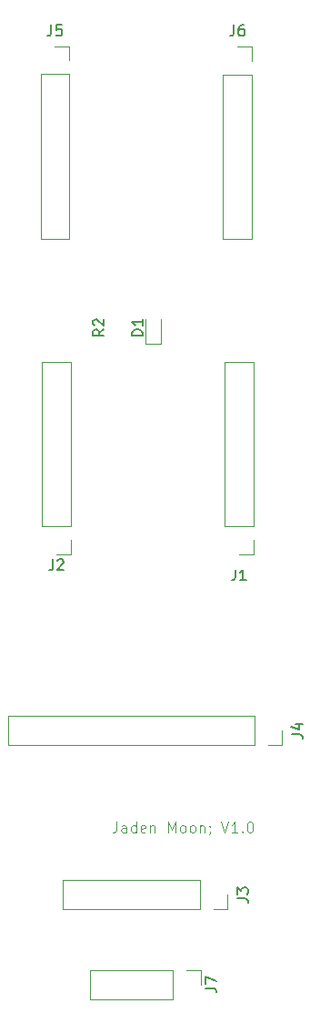
<source format=gbr>
%TF.GenerationSoftware,KiCad,Pcbnew,8.0.8*%
%TF.CreationDate,2025-02-10T09:30:08-08:00*%
%TF.ProjectId,pLUFsPCB,704c5546-7350-4434-922e-6b696361645f,1*%
%TF.SameCoordinates,Original*%
%TF.FileFunction,Legend,Top*%
%TF.FilePolarity,Positive*%
%FSLAX46Y46*%
G04 Gerber Fmt 4.6, Leading zero omitted, Abs format (unit mm)*
G04 Created by KiCad (PCBNEW 8.0.8) date 2025-02-10 09:30:08*
%MOMM*%
%LPD*%
G01*
G04 APERTURE LIST*
%ADD10C,0.100000*%
%ADD11C,0.150000*%
%ADD12C,0.120000*%
G04 APERTURE END LIST*
D10*
X160589598Y-108872419D02*
X160589598Y-109586704D01*
X160589598Y-109586704D02*
X160541979Y-109729561D01*
X160541979Y-109729561D02*
X160446741Y-109824800D01*
X160446741Y-109824800D02*
X160303884Y-109872419D01*
X160303884Y-109872419D02*
X160208646Y-109872419D01*
X161494360Y-109872419D02*
X161494360Y-109348609D01*
X161494360Y-109348609D02*
X161446741Y-109253371D01*
X161446741Y-109253371D02*
X161351503Y-109205752D01*
X161351503Y-109205752D02*
X161161027Y-109205752D01*
X161161027Y-109205752D02*
X161065789Y-109253371D01*
X161494360Y-109824800D02*
X161399122Y-109872419D01*
X161399122Y-109872419D02*
X161161027Y-109872419D01*
X161161027Y-109872419D02*
X161065789Y-109824800D01*
X161065789Y-109824800D02*
X161018170Y-109729561D01*
X161018170Y-109729561D02*
X161018170Y-109634323D01*
X161018170Y-109634323D02*
X161065789Y-109539085D01*
X161065789Y-109539085D02*
X161161027Y-109491466D01*
X161161027Y-109491466D02*
X161399122Y-109491466D01*
X161399122Y-109491466D02*
X161494360Y-109443847D01*
X162399122Y-109872419D02*
X162399122Y-108872419D01*
X162399122Y-109824800D02*
X162303884Y-109872419D01*
X162303884Y-109872419D02*
X162113408Y-109872419D01*
X162113408Y-109872419D02*
X162018170Y-109824800D01*
X162018170Y-109824800D02*
X161970551Y-109777180D01*
X161970551Y-109777180D02*
X161922932Y-109681942D01*
X161922932Y-109681942D02*
X161922932Y-109396228D01*
X161922932Y-109396228D02*
X161970551Y-109300990D01*
X161970551Y-109300990D02*
X162018170Y-109253371D01*
X162018170Y-109253371D02*
X162113408Y-109205752D01*
X162113408Y-109205752D02*
X162303884Y-109205752D01*
X162303884Y-109205752D02*
X162399122Y-109253371D01*
X163256265Y-109824800D02*
X163161027Y-109872419D01*
X163161027Y-109872419D02*
X162970551Y-109872419D01*
X162970551Y-109872419D02*
X162875313Y-109824800D01*
X162875313Y-109824800D02*
X162827694Y-109729561D01*
X162827694Y-109729561D02*
X162827694Y-109348609D01*
X162827694Y-109348609D02*
X162875313Y-109253371D01*
X162875313Y-109253371D02*
X162970551Y-109205752D01*
X162970551Y-109205752D02*
X163161027Y-109205752D01*
X163161027Y-109205752D02*
X163256265Y-109253371D01*
X163256265Y-109253371D02*
X163303884Y-109348609D01*
X163303884Y-109348609D02*
X163303884Y-109443847D01*
X163303884Y-109443847D02*
X162827694Y-109539085D01*
X163732456Y-109205752D02*
X163732456Y-109872419D01*
X163732456Y-109300990D02*
X163780075Y-109253371D01*
X163780075Y-109253371D02*
X163875313Y-109205752D01*
X163875313Y-109205752D02*
X164018170Y-109205752D01*
X164018170Y-109205752D02*
X164113408Y-109253371D01*
X164113408Y-109253371D02*
X164161027Y-109348609D01*
X164161027Y-109348609D02*
X164161027Y-109872419D01*
X165399123Y-109872419D02*
X165399123Y-108872419D01*
X165399123Y-108872419D02*
X165732456Y-109586704D01*
X165732456Y-109586704D02*
X166065789Y-108872419D01*
X166065789Y-108872419D02*
X166065789Y-109872419D01*
X166684837Y-109872419D02*
X166589599Y-109824800D01*
X166589599Y-109824800D02*
X166541980Y-109777180D01*
X166541980Y-109777180D02*
X166494361Y-109681942D01*
X166494361Y-109681942D02*
X166494361Y-109396228D01*
X166494361Y-109396228D02*
X166541980Y-109300990D01*
X166541980Y-109300990D02*
X166589599Y-109253371D01*
X166589599Y-109253371D02*
X166684837Y-109205752D01*
X166684837Y-109205752D02*
X166827694Y-109205752D01*
X166827694Y-109205752D02*
X166922932Y-109253371D01*
X166922932Y-109253371D02*
X166970551Y-109300990D01*
X166970551Y-109300990D02*
X167018170Y-109396228D01*
X167018170Y-109396228D02*
X167018170Y-109681942D01*
X167018170Y-109681942D02*
X166970551Y-109777180D01*
X166970551Y-109777180D02*
X166922932Y-109824800D01*
X166922932Y-109824800D02*
X166827694Y-109872419D01*
X166827694Y-109872419D02*
X166684837Y-109872419D01*
X167589599Y-109872419D02*
X167494361Y-109824800D01*
X167494361Y-109824800D02*
X167446742Y-109777180D01*
X167446742Y-109777180D02*
X167399123Y-109681942D01*
X167399123Y-109681942D02*
X167399123Y-109396228D01*
X167399123Y-109396228D02*
X167446742Y-109300990D01*
X167446742Y-109300990D02*
X167494361Y-109253371D01*
X167494361Y-109253371D02*
X167589599Y-109205752D01*
X167589599Y-109205752D02*
X167732456Y-109205752D01*
X167732456Y-109205752D02*
X167827694Y-109253371D01*
X167827694Y-109253371D02*
X167875313Y-109300990D01*
X167875313Y-109300990D02*
X167922932Y-109396228D01*
X167922932Y-109396228D02*
X167922932Y-109681942D01*
X167922932Y-109681942D02*
X167875313Y-109777180D01*
X167875313Y-109777180D02*
X167827694Y-109824800D01*
X167827694Y-109824800D02*
X167732456Y-109872419D01*
X167732456Y-109872419D02*
X167589599Y-109872419D01*
X168351504Y-109205752D02*
X168351504Y-109872419D01*
X168351504Y-109300990D02*
X168399123Y-109253371D01*
X168399123Y-109253371D02*
X168494361Y-109205752D01*
X168494361Y-109205752D02*
X168637218Y-109205752D01*
X168637218Y-109205752D02*
X168732456Y-109253371D01*
X168732456Y-109253371D02*
X168780075Y-109348609D01*
X168780075Y-109348609D02*
X168780075Y-109872419D01*
X169303885Y-109824800D02*
X169303885Y-109872419D01*
X169303885Y-109872419D02*
X169256266Y-109967657D01*
X169256266Y-109967657D02*
X169208647Y-110015276D01*
X169256266Y-109253371D02*
X169303885Y-109300990D01*
X169303885Y-109300990D02*
X169256266Y-109348609D01*
X169256266Y-109348609D02*
X169208647Y-109300990D01*
X169208647Y-109300990D02*
X169256266Y-109253371D01*
X169256266Y-109253371D02*
X169256266Y-109348609D01*
X170351504Y-108872419D02*
X170684837Y-109872419D01*
X170684837Y-109872419D02*
X171018170Y-108872419D01*
X171875313Y-109872419D02*
X171303885Y-109872419D01*
X171589599Y-109872419D02*
X171589599Y-108872419D01*
X171589599Y-108872419D02*
X171494361Y-109015276D01*
X171494361Y-109015276D02*
X171399123Y-109110514D01*
X171399123Y-109110514D02*
X171303885Y-109158133D01*
X172303885Y-109777180D02*
X172351504Y-109824800D01*
X172351504Y-109824800D02*
X172303885Y-109872419D01*
X172303885Y-109872419D02*
X172256266Y-109824800D01*
X172256266Y-109824800D02*
X172303885Y-109777180D01*
X172303885Y-109777180D02*
X172303885Y-109872419D01*
X172970551Y-108872419D02*
X173065789Y-108872419D01*
X173065789Y-108872419D02*
X173161027Y-108920038D01*
X173161027Y-108920038D02*
X173208646Y-108967657D01*
X173208646Y-108967657D02*
X173256265Y-109062895D01*
X173256265Y-109062895D02*
X173303884Y-109253371D01*
X173303884Y-109253371D02*
X173303884Y-109491466D01*
X173303884Y-109491466D02*
X173256265Y-109681942D01*
X173256265Y-109681942D02*
X173208646Y-109777180D01*
X173208646Y-109777180D02*
X173161027Y-109824800D01*
X173161027Y-109824800D02*
X173065789Y-109872419D01*
X173065789Y-109872419D02*
X172970551Y-109872419D01*
X172970551Y-109872419D02*
X172875313Y-109824800D01*
X172875313Y-109824800D02*
X172827694Y-109777180D01*
X172827694Y-109777180D02*
X172780075Y-109681942D01*
X172780075Y-109681942D02*
X172732456Y-109491466D01*
X172732456Y-109491466D02*
X172732456Y-109253371D01*
X172732456Y-109253371D02*
X172780075Y-109062895D01*
X172780075Y-109062895D02*
X172827694Y-108967657D01*
X172827694Y-108967657D02*
X172875313Y-108920038D01*
X172875313Y-108920038D02*
X172970551Y-108872419D01*
D11*
X171666666Y-85454819D02*
X171666666Y-86169104D01*
X171666666Y-86169104D02*
X171619047Y-86311961D01*
X171619047Y-86311961D02*
X171523809Y-86407200D01*
X171523809Y-86407200D02*
X171380952Y-86454819D01*
X171380952Y-86454819D02*
X171285714Y-86454819D01*
X172666666Y-86454819D02*
X172095238Y-86454819D01*
X172380952Y-86454819D02*
X172380952Y-85454819D01*
X172380952Y-85454819D02*
X172285714Y-85597676D01*
X172285714Y-85597676D02*
X172190476Y-85692914D01*
X172190476Y-85692914D02*
X172095238Y-85740533D01*
X171516666Y-34889819D02*
X171516666Y-35604104D01*
X171516666Y-35604104D02*
X171469047Y-35746961D01*
X171469047Y-35746961D02*
X171373809Y-35842200D01*
X171373809Y-35842200D02*
X171230952Y-35889819D01*
X171230952Y-35889819D02*
X171135714Y-35889819D01*
X172421428Y-34889819D02*
X172230952Y-34889819D01*
X172230952Y-34889819D02*
X172135714Y-34937438D01*
X172135714Y-34937438D02*
X172088095Y-34985057D01*
X172088095Y-34985057D02*
X171992857Y-35127914D01*
X171992857Y-35127914D02*
X171945238Y-35318390D01*
X171945238Y-35318390D02*
X171945238Y-35699342D01*
X171945238Y-35699342D02*
X171992857Y-35794580D01*
X171992857Y-35794580D02*
X172040476Y-35842200D01*
X172040476Y-35842200D02*
X172135714Y-35889819D01*
X172135714Y-35889819D02*
X172326190Y-35889819D01*
X172326190Y-35889819D02*
X172421428Y-35842200D01*
X172421428Y-35842200D02*
X172469047Y-35794580D01*
X172469047Y-35794580D02*
X172516666Y-35699342D01*
X172516666Y-35699342D02*
X172516666Y-35461247D01*
X172516666Y-35461247D02*
X172469047Y-35366009D01*
X172469047Y-35366009D02*
X172421428Y-35318390D01*
X172421428Y-35318390D02*
X172326190Y-35270771D01*
X172326190Y-35270771D02*
X172135714Y-35270771D01*
X172135714Y-35270771D02*
X172040476Y-35318390D01*
X172040476Y-35318390D02*
X171992857Y-35366009D01*
X171992857Y-35366009D02*
X171945238Y-35461247D01*
X163024819Y-63738094D02*
X162024819Y-63738094D01*
X162024819Y-63738094D02*
X162024819Y-63499999D01*
X162024819Y-63499999D02*
X162072438Y-63357142D01*
X162072438Y-63357142D02*
X162167676Y-63261904D01*
X162167676Y-63261904D02*
X162262914Y-63214285D01*
X162262914Y-63214285D02*
X162453390Y-63166666D01*
X162453390Y-63166666D02*
X162596247Y-63166666D01*
X162596247Y-63166666D02*
X162786723Y-63214285D01*
X162786723Y-63214285D02*
X162881961Y-63261904D01*
X162881961Y-63261904D02*
X162977200Y-63357142D01*
X162977200Y-63357142D02*
X163024819Y-63499999D01*
X163024819Y-63499999D02*
X163024819Y-63738094D01*
X163024819Y-62214285D02*
X163024819Y-62785713D01*
X163024819Y-62499999D02*
X162024819Y-62499999D01*
X162024819Y-62499999D02*
X162167676Y-62595237D01*
X162167676Y-62595237D02*
X162262914Y-62690475D01*
X162262914Y-62690475D02*
X162310533Y-62785713D01*
X171824819Y-115978333D02*
X172539104Y-115978333D01*
X172539104Y-115978333D02*
X172681961Y-116025952D01*
X172681961Y-116025952D02*
X172777200Y-116121190D01*
X172777200Y-116121190D02*
X172824819Y-116264047D01*
X172824819Y-116264047D02*
X172824819Y-116359285D01*
X171824819Y-115597380D02*
X171824819Y-114978333D01*
X171824819Y-114978333D02*
X172205771Y-115311666D01*
X172205771Y-115311666D02*
X172205771Y-115168809D01*
X172205771Y-115168809D02*
X172253390Y-115073571D01*
X172253390Y-115073571D02*
X172301009Y-115025952D01*
X172301009Y-115025952D02*
X172396247Y-114978333D01*
X172396247Y-114978333D02*
X172634342Y-114978333D01*
X172634342Y-114978333D02*
X172729580Y-115025952D01*
X172729580Y-115025952D02*
X172777200Y-115073571D01*
X172777200Y-115073571D02*
X172824819Y-115168809D01*
X172824819Y-115168809D02*
X172824819Y-115454523D01*
X172824819Y-115454523D02*
X172777200Y-115549761D01*
X172777200Y-115549761D02*
X172729580Y-115597380D01*
X154516666Y-34884819D02*
X154516666Y-35599104D01*
X154516666Y-35599104D02*
X154469047Y-35741961D01*
X154469047Y-35741961D02*
X154373809Y-35837200D01*
X154373809Y-35837200D02*
X154230952Y-35884819D01*
X154230952Y-35884819D02*
X154135714Y-35884819D01*
X155469047Y-34884819D02*
X154992857Y-34884819D01*
X154992857Y-34884819D02*
X154945238Y-35361009D01*
X154945238Y-35361009D02*
X154992857Y-35313390D01*
X154992857Y-35313390D02*
X155088095Y-35265771D01*
X155088095Y-35265771D02*
X155326190Y-35265771D01*
X155326190Y-35265771D02*
X155421428Y-35313390D01*
X155421428Y-35313390D02*
X155469047Y-35361009D01*
X155469047Y-35361009D02*
X155516666Y-35456247D01*
X155516666Y-35456247D02*
X155516666Y-35694342D01*
X155516666Y-35694342D02*
X155469047Y-35789580D01*
X155469047Y-35789580D02*
X155421428Y-35837200D01*
X155421428Y-35837200D02*
X155326190Y-35884819D01*
X155326190Y-35884819D02*
X155088095Y-35884819D01*
X155088095Y-35884819D02*
X154992857Y-35837200D01*
X154992857Y-35837200D02*
X154945238Y-35789580D01*
X168864819Y-124333333D02*
X169579104Y-124333333D01*
X169579104Y-124333333D02*
X169721961Y-124380952D01*
X169721961Y-124380952D02*
X169817200Y-124476190D01*
X169817200Y-124476190D02*
X169864819Y-124619047D01*
X169864819Y-124619047D02*
X169864819Y-124714285D01*
X168864819Y-123952380D02*
X168864819Y-123285714D01*
X168864819Y-123285714D02*
X169864819Y-123714285D01*
X176899819Y-100738333D02*
X177614104Y-100738333D01*
X177614104Y-100738333D02*
X177756961Y-100785952D01*
X177756961Y-100785952D02*
X177852200Y-100881190D01*
X177852200Y-100881190D02*
X177899819Y-101024047D01*
X177899819Y-101024047D02*
X177899819Y-101119285D01*
X177233152Y-99833571D02*
X177899819Y-99833571D01*
X176852200Y-100071666D02*
X177566485Y-100309761D01*
X177566485Y-100309761D02*
X177566485Y-99690714D01*
X154666666Y-84509819D02*
X154666666Y-85224104D01*
X154666666Y-85224104D02*
X154619047Y-85366961D01*
X154619047Y-85366961D02*
X154523809Y-85462200D01*
X154523809Y-85462200D02*
X154380952Y-85509819D01*
X154380952Y-85509819D02*
X154285714Y-85509819D01*
X155095238Y-84605057D02*
X155142857Y-84557438D01*
X155142857Y-84557438D02*
X155238095Y-84509819D01*
X155238095Y-84509819D02*
X155476190Y-84509819D01*
X155476190Y-84509819D02*
X155571428Y-84557438D01*
X155571428Y-84557438D02*
X155619047Y-84605057D01*
X155619047Y-84605057D02*
X155666666Y-84700295D01*
X155666666Y-84700295D02*
X155666666Y-84795533D01*
X155666666Y-84795533D02*
X155619047Y-84938390D01*
X155619047Y-84938390D02*
X155047619Y-85509819D01*
X155047619Y-85509819D02*
X155666666Y-85509819D01*
X159404819Y-63166666D02*
X158928628Y-63499999D01*
X159404819Y-63738094D02*
X158404819Y-63738094D01*
X158404819Y-63738094D02*
X158404819Y-63357142D01*
X158404819Y-63357142D02*
X158452438Y-63261904D01*
X158452438Y-63261904D02*
X158500057Y-63214285D01*
X158500057Y-63214285D02*
X158595295Y-63166666D01*
X158595295Y-63166666D02*
X158738152Y-63166666D01*
X158738152Y-63166666D02*
X158833390Y-63214285D01*
X158833390Y-63214285D02*
X158881009Y-63261904D01*
X158881009Y-63261904D02*
X158928628Y-63357142D01*
X158928628Y-63357142D02*
X158928628Y-63738094D01*
X158500057Y-62785713D02*
X158452438Y-62738094D01*
X158452438Y-62738094D02*
X158404819Y-62642856D01*
X158404819Y-62642856D02*
X158404819Y-62404761D01*
X158404819Y-62404761D02*
X158452438Y-62309523D01*
X158452438Y-62309523D02*
X158500057Y-62261904D01*
X158500057Y-62261904D02*
X158595295Y-62214285D01*
X158595295Y-62214285D02*
X158690533Y-62214285D01*
X158690533Y-62214285D02*
X158833390Y-62261904D01*
X158833390Y-62261904D02*
X159404819Y-62833332D01*
X159404819Y-62833332D02*
X159404819Y-62214285D01*
D12*
%TO.C,J1*%
X170670000Y-81455000D02*
X170670000Y-66155000D01*
X173330000Y-66155000D02*
X170670000Y-66155000D01*
X173330000Y-81455000D02*
X170670000Y-81455000D01*
X173330000Y-81455000D02*
X173330000Y-66155000D01*
X173330000Y-82725000D02*
X173330000Y-84055000D01*
X173330000Y-84055000D02*
X172000000Y-84055000D01*
%TO.C,J6*%
X170520000Y-39475000D02*
X170520000Y-54775000D01*
X170520000Y-39475000D02*
X173180000Y-39475000D01*
X170520000Y-54775000D02*
X173180000Y-54775000D01*
X171850000Y-36875000D02*
X173180000Y-36875000D01*
X173180000Y-36875000D02*
X173180000Y-38205000D01*
X173180000Y-39475000D02*
X173180000Y-54775000D01*
%TO.C,D1*%
X163265000Y-62200000D02*
X163265000Y-64485000D01*
X163265000Y-64485000D02*
X164735000Y-64485000D01*
X164735000Y-64485000D02*
X164735000Y-62200000D01*
%TO.C,J3*%
X155570000Y-114315000D02*
X155570000Y-116975000D01*
X168330000Y-114315000D02*
X155570000Y-114315000D01*
X168330000Y-114315000D02*
X168330000Y-116975000D01*
X168330000Y-116975000D02*
X155570000Y-116975000D01*
X170930000Y-115645000D02*
X170930000Y-116975000D01*
X170930000Y-116975000D02*
X169600000Y-116975000D01*
%TO.C,J5*%
X153520000Y-39470000D02*
X153520000Y-54770000D01*
X153520000Y-39470000D02*
X156180000Y-39470000D01*
X153520000Y-54770000D02*
X156180000Y-54770000D01*
X154850000Y-36870000D02*
X156180000Y-36870000D01*
X156180000Y-36870000D02*
X156180000Y-38200000D01*
X156180000Y-39470000D02*
X156180000Y-54770000D01*
%TO.C,J7*%
X158130000Y-122670000D02*
X158130000Y-125330000D01*
X165810000Y-122670000D02*
X158130000Y-122670000D01*
X165810000Y-122670000D02*
X165810000Y-125330000D01*
X165810000Y-125330000D02*
X158130000Y-125330000D01*
X167080000Y-122670000D02*
X168410000Y-122670000D01*
X168410000Y-122670000D02*
X168410000Y-124000000D01*
%TO.C,J4*%
X150485000Y-99075000D02*
X150485000Y-101735000D01*
X173405000Y-99075000D02*
X150485000Y-99075000D01*
X173405000Y-99075000D02*
X173405000Y-101735000D01*
X173405000Y-101735000D02*
X150485000Y-101735000D01*
X176005000Y-100405000D02*
X176005000Y-101735000D01*
X176005000Y-101735000D02*
X174675000Y-101735000D01*
%TO.C,J2*%
X153670000Y-81455000D02*
X153670000Y-66155000D01*
X156330000Y-66155000D02*
X153670000Y-66155000D01*
X156330000Y-81455000D02*
X153670000Y-81455000D01*
X156330000Y-81455000D02*
X156330000Y-66155000D01*
X156330000Y-82725000D02*
X156330000Y-84055000D01*
X156330000Y-84055000D02*
X155000000Y-84055000D01*
%TD*%
M02*

</source>
